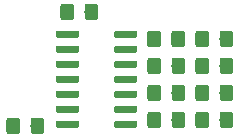
<source format=gbr>
G04 #@! TF.GenerationSoftware,KiCad,Pcbnew,5.1.2-f72e74a~84~ubuntu18.04.1*
G04 #@! TF.CreationDate,2019-07-02T23:06:04+08:00*
G04 #@! TF.ProjectId,cs4354-daughterboard,63733433-3534-42d6-9461-756768746572,rev?*
G04 #@! TF.SameCoordinates,Original*
G04 #@! TF.FileFunction,Paste,Top*
G04 #@! TF.FilePolarity,Positive*
%FSLAX46Y46*%
G04 Gerber Fmt 4.6, Leading zero omitted, Abs format (unit mm)*
G04 Created by KiCad (PCBNEW 5.1.2-f72e74a~84~ubuntu18.04.1) date 2019-07-02 23:06:04*
%MOMM*%
%LPD*%
G04 APERTURE LIST*
%ADD10C,0.100000*%
%ADD11C,1.150000*%
%ADD12C,0.600000*%
G04 APERTURE END LIST*
D10*
G36*
X141836505Y-67119204D02*
G01*
X141860773Y-67122804D01*
X141884572Y-67128765D01*
X141907671Y-67137030D01*
X141929850Y-67147520D01*
X141950893Y-67160132D01*
X141970599Y-67174747D01*
X141988777Y-67191223D01*
X142005253Y-67209401D01*
X142019868Y-67229107D01*
X142032480Y-67250150D01*
X142042970Y-67272329D01*
X142051235Y-67295428D01*
X142057196Y-67319227D01*
X142060796Y-67343495D01*
X142062000Y-67367999D01*
X142062000Y-68268001D01*
X142060796Y-68292505D01*
X142057196Y-68316773D01*
X142051235Y-68340572D01*
X142042970Y-68363671D01*
X142032480Y-68385850D01*
X142019868Y-68406893D01*
X142005253Y-68426599D01*
X141988777Y-68444777D01*
X141970599Y-68461253D01*
X141950893Y-68475868D01*
X141929850Y-68488480D01*
X141907671Y-68498970D01*
X141884572Y-68507235D01*
X141860773Y-68513196D01*
X141836505Y-68516796D01*
X141812001Y-68518000D01*
X141161999Y-68518000D01*
X141137495Y-68516796D01*
X141113227Y-68513196D01*
X141089428Y-68507235D01*
X141066329Y-68498970D01*
X141044150Y-68488480D01*
X141023107Y-68475868D01*
X141003401Y-68461253D01*
X140985223Y-68444777D01*
X140968747Y-68426599D01*
X140954132Y-68406893D01*
X140941520Y-68385850D01*
X140931030Y-68363671D01*
X140922765Y-68340572D01*
X140916804Y-68316773D01*
X140913204Y-68292505D01*
X140912000Y-68268001D01*
X140912000Y-67367999D01*
X140913204Y-67343495D01*
X140916804Y-67319227D01*
X140922765Y-67295428D01*
X140931030Y-67272329D01*
X140941520Y-67250150D01*
X140954132Y-67229107D01*
X140968747Y-67209401D01*
X140985223Y-67191223D01*
X141003401Y-67174747D01*
X141023107Y-67160132D01*
X141044150Y-67147520D01*
X141066329Y-67137030D01*
X141089428Y-67128765D01*
X141113227Y-67122804D01*
X141137495Y-67119204D01*
X141161999Y-67118000D01*
X141812001Y-67118000D01*
X141836505Y-67119204D01*
X141836505Y-67119204D01*
G37*
D11*
X141487000Y-67818000D03*
D10*
G36*
X139786505Y-67119204D02*
G01*
X139810773Y-67122804D01*
X139834572Y-67128765D01*
X139857671Y-67137030D01*
X139879850Y-67147520D01*
X139900893Y-67160132D01*
X139920599Y-67174747D01*
X139938777Y-67191223D01*
X139955253Y-67209401D01*
X139969868Y-67229107D01*
X139982480Y-67250150D01*
X139992970Y-67272329D01*
X140001235Y-67295428D01*
X140007196Y-67319227D01*
X140010796Y-67343495D01*
X140012000Y-67367999D01*
X140012000Y-68268001D01*
X140010796Y-68292505D01*
X140007196Y-68316773D01*
X140001235Y-68340572D01*
X139992970Y-68363671D01*
X139982480Y-68385850D01*
X139969868Y-68406893D01*
X139955253Y-68426599D01*
X139938777Y-68444777D01*
X139920599Y-68461253D01*
X139900893Y-68475868D01*
X139879850Y-68488480D01*
X139857671Y-68498970D01*
X139834572Y-68507235D01*
X139810773Y-68513196D01*
X139786505Y-68516796D01*
X139762001Y-68518000D01*
X139111999Y-68518000D01*
X139087495Y-68516796D01*
X139063227Y-68513196D01*
X139039428Y-68507235D01*
X139016329Y-68498970D01*
X138994150Y-68488480D01*
X138973107Y-68475868D01*
X138953401Y-68461253D01*
X138935223Y-68444777D01*
X138918747Y-68426599D01*
X138904132Y-68406893D01*
X138891520Y-68385850D01*
X138881030Y-68363671D01*
X138872765Y-68340572D01*
X138866804Y-68316773D01*
X138863204Y-68292505D01*
X138862000Y-68268001D01*
X138862000Y-67367999D01*
X138863204Y-67343495D01*
X138866804Y-67319227D01*
X138872765Y-67295428D01*
X138881030Y-67272329D01*
X138891520Y-67250150D01*
X138904132Y-67229107D01*
X138918747Y-67209401D01*
X138935223Y-67191223D01*
X138953401Y-67174747D01*
X138973107Y-67160132D01*
X138994150Y-67147520D01*
X139016329Y-67137030D01*
X139039428Y-67128765D01*
X139063227Y-67122804D01*
X139087495Y-67119204D01*
X139111999Y-67118000D01*
X139762001Y-67118000D01*
X139786505Y-67119204D01*
X139786505Y-67119204D01*
G37*
D11*
X139437000Y-67818000D03*
D10*
G36*
X145900505Y-69405204D02*
G01*
X145924773Y-69408804D01*
X145948572Y-69414765D01*
X145971671Y-69423030D01*
X145993850Y-69433520D01*
X146014893Y-69446132D01*
X146034599Y-69460747D01*
X146052777Y-69477223D01*
X146069253Y-69495401D01*
X146083868Y-69515107D01*
X146096480Y-69536150D01*
X146106970Y-69558329D01*
X146115235Y-69581428D01*
X146121196Y-69605227D01*
X146124796Y-69629495D01*
X146126000Y-69653999D01*
X146126000Y-70554001D01*
X146124796Y-70578505D01*
X146121196Y-70602773D01*
X146115235Y-70626572D01*
X146106970Y-70649671D01*
X146096480Y-70671850D01*
X146083868Y-70692893D01*
X146069253Y-70712599D01*
X146052777Y-70730777D01*
X146034599Y-70747253D01*
X146014893Y-70761868D01*
X145993850Y-70774480D01*
X145971671Y-70784970D01*
X145948572Y-70793235D01*
X145924773Y-70799196D01*
X145900505Y-70802796D01*
X145876001Y-70804000D01*
X145225999Y-70804000D01*
X145201495Y-70802796D01*
X145177227Y-70799196D01*
X145153428Y-70793235D01*
X145130329Y-70784970D01*
X145108150Y-70774480D01*
X145087107Y-70761868D01*
X145067401Y-70747253D01*
X145049223Y-70730777D01*
X145032747Y-70712599D01*
X145018132Y-70692893D01*
X145005520Y-70671850D01*
X144995030Y-70649671D01*
X144986765Y-70626572D01*
X144980804Y-70602773D01*
X144977204Y-70578505D01*
X144976000Y-70554001D01*
X144976000Y-69653999D01*
X144977204Y-69629495D01*
X144980804Y-69605227D01*
X144986765Y-69581428D01*
X144995030Y-69558329D01*
X145005520Y-69536150D01*
X145018132Y-69515107D01*
X145032747Y-69495401D01*
X145049223Y-69477223D01*
X145067401Y-69460747D01*
X145087107Y-69446132D01*
X145108150Y-69433520D01*
X145130329Y-69423030D01*
X145153428Y-69414765D01*
X145177227Y-69408804D01*
X145201495Y-69405204D01*
X145225999Y-69404000D01*
X145876001Y-69404000D01*
X145900505Y-69405204D01*
X145900505Y-69405204D01*
G37*
D11*
X145551000Y-70104000D03*
D10*
G36*
X143850505Y-69405204D02*
G01*
X143874773Y-69408804D01*
X143898572Y-69414765D01*
X143921671Y-69423030D01*
X143943850Y-69433520D01*
X143964893Y-69446132D01*
X143984599Y-69460747D01*
X144002777Y-69477223D01*
X144019253Y-69495401D01*
X144033868Y-69515107D01*
X144046480Y-69536150D01*
X144056970Y-69558329D01*
X144065235Y-69581428D01*
X144071196Y-69605227D01*
X144074796Y-69629495D01*
X144076000Y-69653999D01*
X144076000Y-70554001D01*
X144074796Y-70578505D01*
X144071196Y-70602773D01*
X144065235Y-70626572D01*
X144056970Y-70649671D01*
X144046480Y-70671850D01*
X144033868Y-70692893D01*
X144019253Y-70712599D01*
X144002777Y-70730777D01*
X143984599Y-70747253D01*
X143964893Y-70761868D01*
X143943850Y-70774480D01*
X143921671Y-70784970D01*
X143898572Y-70793235D01*
X143874773Y-70799196D01*
X143850505Y-70802796D01*
X143826001Y-70804000D01*
X143175999Y-70804000D01*
X143151495Y-70802796D01*
X143127227Y-70799196D01*
X143103428Y-70793235D01*
X143080329Y-70784970D01*
X143058150Y-70774480D01*
X143037107Y-70761868D01*
X143017401Y-70747253D01*
X142999223Y-70730777D01*
X142982747Y-70712599D01*
X142968132Y-70692893D01*
X142955520Y-70671850D01*
X142945030Y-70649671D01*
X142936765Y-70626572D01*
X142930804Y-70602773D01*
X142927204Y-70578505D01*
X142926000Y-70554001D01*
X142926000Y-69653999D01*
X142927204Y-69629495D01*
X142930804Y-69605227D01*
X142936765Y-69581428D01*
X142945030Y-69558329D01*
X142955520Y-69536150D01*
X142968132Y-69515107D01*
X142982747Y-69495401D01*
X142999223Y-69477223D01*
X143017401Y-69460747D01*
X143037107Y-69446132D01*
X143058150Y-69433520D01*
X143080329Y-69423030D01*
X143103428Y-69414765D01*
X143127227Y-69408804D01*
X143151495Y-69405204D01*
X143175999Y-69404000D01*
X143826001Y-69404000D01*
X143850505Y-69405204D01*
X143850505Y-69405204D01*
G37*
D11*
X143501000Y-70104000D03*
D10*
G36*
X141836505Y-69405204D02*
G01*
X141860773Y-69408804D01*
X141884572Y-69414765D01*
X141907671Y-69423030D01*
X141929850Y-69433520D01*
X141950893Y-69446132D01*
X141970599Y-69460747D01*
X141988777Y-69477223D01*
X142005253Y-69495401D01*
X142019868Y-69515107D01*
X142032480Y-69536150D01*
X142042970Y-69558329D01*
X142051235Y-69581428D01*
X142057196Y-69605227D01*
X142060796Y-69629495D01*
X142062000Y-69653999D01*
X142062000Y-70554001D01*
X142060796Y-70578505D01*
X142057196Y-70602773D01*
X142051235Y-70626572D01*
X142042970Y-70649671D01*
X142032480Y-70671850D01*
X142019868Y-70692893D01*
X142005253Y-70712599D01*
X141988777Y-70730777D01*
X141970599Y-70747253D01*
X141950893Y-70761868D01*
X141929850Y-70774480D01*
X141907671Y-70784970D01*
X141884572Y-70793235D01*
X141860773Y-70799196D01*
X141836505Y-70802796D01*
X141812001Y-70804000D01*
X141161999Y-70804000D01*
X141137495Y-70802796D01*
X141113227Y-70799196D01*
X141089428Y-70793235D01*
X141066329Y-70784970D01*
X141044150Y-70774480D01*
X141023107Y-70761868D01*
X141003401Y-70747253D01*
X140985223Y-70730777D01*
X140968747Y-70712599D01*
X140954132Y-70692893D01*
X140941520Y-70671850D01*
X140931030Y-70649671D01*
X140922765Y-70626572D01*
X140916804Y-70602773D01*
X140913204Y-70578505D01*
X140912000Y-70554001D01*
X140912000Y-69653999D01*
X140913204Y-69629495D01*
X140916804Y-69605227D01*
X140922765Y-69581428D01*
X140931030Y-69558329D01*
X140941520Y-69536150D01*
X140954132Y-69515107D01*
X140968747Y-69495401D01*
X140985223Y-69477223D01*
X141003401Y-69460747D01*
X141023107Y-69446132D01*
X141044150Y-69433520D01*
X141066329Y-69423030D01*
X141089428Y-69414765D01*
X141113227Y-69408804D01*
X141137495Y-69405204D01*
X141161999Y-69404000D01*
X141812001Y-69404000D01*
X141836505Y-69405204D01*
X141836505Y-69405204D01*
G37*
D11*
X141487000Y-70104000D03*
D10*
G36*
X139786505Y-69405204D02*
G01*
X139810773Y-69408804D01*
X139834572Y-69414765D01*
X139857671Y-69423030D01*
X139879850Y-69433520D01*
X139900893Y-69446132D01*
X139920599Y-69460747D01*
X139938777Y-69477223D01*
X139955253Y-69495401D01*
X139969868Y-69515107D01*
X139982480Y-69536150D01*
X139992970Y-69558329D01*
X140001235Y-69581428D01*
X140007196Y-69605227D01*
X140010796Y-69629495D01*
X140012000Y-69653999D01*
X140012000Y-70554001D01*
X140010796Y-70578505D01*
X140007196Y-70602773D01*
X140001235Y-70626572D01*
X139992970Y-70649671D01*
X139982480Y-70671850D01*
X139969868Y-70692893D01*
X139955253Y-70712599D01*
X139938777Y-70730777D01*
X139920599Y-70747253D01*
X139900893Y-70761868D01*
X139879850Y-70774480D01*
X139857671Y-70784970D01*
X139834572Y-70793235D01*
X139810773Y-70799196D01*
X139786505Y-70802796D01*
X139762001Y-70804000D01*
X139111999Y-70804000D01*
X139087495Y-70802796D01*
X139063227Y-70799196D01*
X139039428Y-70793235D01*
X139016329Y-70784970D01*
X138994150Y-70774480D01*
X138973107Y-70761868D01*
X138953401Y-70747253D01*
X138935223Y-70730777D01*
X138918747Y-70712599D01*
X138904132Y-70692893D01*
X138891520Y-70671850D01*
X138881030Y-70649671D01*
X138872765Y-70626572D01*
X138866804Y-70602773D01*
X138863204Y-70578505D01*
X138862000Y-70554001D01*
X138862000Y-69653999D01*
X138863204Y-69629495D01*
X138866804Y-69605227D01*
X138872765Y-69581428D01*
X138881030Y-69558329D01*
X138891520Y-69536150D01*
X138904132Y-69515107D01*
X138918747Y-69495401D01*
X138935223Y-69477223D01*
X138953401Y-69460747D01*
X138973107Y-69446132D01*
X138994150Y-69433520D01*
X139016329Y-69423030D01*
X139039428Y-69414765D01*
X139063227Y-69408804D01*
X139087495Y-69405204D01*
X139111999Y-69404000D01*
X139762001Y-69404000D01*
X139786505Y-69405204D01*
X139786505Y-69405204D01*
G37*
D11*
X139437000Y-70104000D03*
D10*
G36*
X145900505Y-67119204D02*
G01*
X145924773Y-67122804D01*
X145948572Y-67128765D01*
X145971671Y-67137030D01*
X145993850Y-67147520D01*
X146014893Y-67160132D01*
X146034599Y-67174747D01*
X146052777Y-67191223D01*
X146069253Y-67209401D01*
X146083868Y-67229107D01*
X146096480Y-67250150D01*
X146106970Y-67272329D01*
X146115235Y-67295428D01*
X146121196Y-67319227D01*
X146124796Y-67343495D01*
X146126000Y-67367999D01*
X146126000Y-68268001D01*
X146124796Y-68292505D01*
X146121196Y-68316773D01*
X146115235Y-68340572D01*
X146106970Y-68363671D01*
X146096480Y-68385850D01*
X146083868Y-68406893D01*
X146069253Y-68426599D01*
X146052777Y-68444777D01*
X146034599Y-68461253D01*
X146014893Y-68475868D01*
X145993850Y-68488480D01*
X145971671Y-68498970D01*
X145948572Y-68507235D01*
X145924773Y-68513196D01*
X145900505Y-68516796D01*
X145876001Y-68518000D01*
X145225999Y-68518000D01*
X145201495Y-68516796D01*
X145177227Y-68513196D01*
X145153428Y-68507235D01*
X145130329Y-68498970D01*
X145108150Y-68488480D01*
X145087107Y-68475868D01*
X145067401Y-68461253D01*
X145049223Y-68444777D01*
X145032747Y-68426599D01*
X145018132Y-68406893D01*
X145005520Y-68385850D01*
X144995030Y-68363671D01*
X144986765Y-68340572D01*
X144980804Y-68316773D01*
X144977204Y-68292505D01*
X144976000Y-68268001D01*
X144976000Y-67367999D01*
X144977204Y-67343495D01*
X144980804Y-67319227D01*
X144986765Y-67295428D01*
X144995030Y-67272329D01*
X145005520Y-67250150D01*
X145018132Y-67229107D01*
X145032747Y-67209401D01*
X145049223Y-67191223D01*
X145067401Y-67174747D01*
X145087107Y-67160132D01*
X145108150Y-67147520D01*
X145130329Y-67137030D01*
X145153428Y-67128765D01*
X145177227Y-67122804D01*
X145201495Y-67119204D01*
X145225999Y-67118000D01*
X145876001Y-67118000D01*
X145900505Y-67119204D01*
X145900505Y-67119204D01*
G37*
D11*
X145551000Y-67818000D03*
D10*
G36*
X143850505Y-67119204D02*
G01*
X143874773Y-67122804D01*
X143898572Y-67128765D01*
X143921671Y-67137030D01*
X143943850Y-67147520D01*
X143964893Y-67160132D01*
X143984599Y-67174747D01*
X144002777Y-67191223D01*
X144019253Y-67209401D01*
X144033868Y-67229107D01*
X144046480Y-67250150D01*
X144056970Y-67272329D01*
X144065235Y-67295428D01*
X144071196Y-67319227D01*
X144074796Y-67343495D01*
X144076000Y-67367999D01*
X144076000Y-68268001D01*
X144074796Y-68292505D01*
X144071196Y-68316773D01*
X144065235Y-68340572D01*
X144056970Y-68363671D01*
X144046480Y-68385850D01*
X144033868Y-68406893D01*
X144019253Y-68426599D01*
X144002777Y-68444777D01*
X143984599Y-68461253D01*
X143964893Y-68475868D01*
X143943850Y-68488480D01*
X143921671Y-68498970D01*
X143898572Y-68507235D01*
X143874773Y-68513196D01*
X143850505Y-68516796D01*
X143826001Y-68518000D01*
X143175999Y-68518000D01*
X143151495Y-68516796D01*
X143127227Y-68513196D01*
X143103428Y-68507235D01*
X143080329Y-68498970D01*
X143058150Y-68488480D01*
X143037107Y-68475868D01*
X143017401Y-68461253D01*
X142999223Y-68444777D01*
X142982747Y-68426599D01*
X142968132Y-68406893D01*
X142955520Y-68385850D01*
X142945030Y-68363671D01*
X142936765Y-68340572D01*
X142930804Y-68316773D01*
X142927204Y-68292505D01*
X142926000Y-68268001D01*
X142926000Y-67367999D01*
X142927204Y-67343495D01*
X142930804Y-67319227D01*
X142936765Y-67295428D01*
X142945030Y-67272329D01*
X142955520Y-67250150D01*
X142968132Y-67229107D01*
X142982747Y-67209401D01*
X142999223Y-67191223D01*
X143017401Y-67174747D01*
X143037107Y-67160132D01*
X143058150Y-67147520D01*
X143080329Y-67137030D01*
X143103428Y-67128765D01*
X143127227Y-67122804D01*
X143151495Y-67119204D01*
X143175999Y-67118000D01*
X143826001Y-67118000D01*
X143850505Y-67119204D01*
X143850505Y-67119204D01*
G37*
D11*
X143501000Y-67818000D03*
D10*
G36*
X137881984Y-62550463D02*
G01*
X137896545Y-62552623D01*
X137910824Y-62556200D01*
X137924684Y-62561159D01*
X137937991Y-62567453D01*
X137950617Y-62575021D01*
X137962440Y-62583789D01*
X137973347Y-62593675D01*
X137983233Y-62604582D01*
X137992001Y-62616405D01*
X137999569Y-62629031D01*
X138005863Y-62642338D01*
X138010822Y-62656198D01*
X138014399Y-62670477D01*
X138016559Y-62685038D01*
X138017281Y-62699741D01*
X138017281Y-62999741D01*
X138016559Y-63014444D01*
X138014399Y-63029005D01*
X138010822Y-63043284D01*
X138005863Y-63057144D01*
X137999569Y-63070451D01*
X137992001Y-63083077D01*
X137983233Y-63094900D01*
X137973347Y-63105807D01*
X137962440Y-63115693D01*
X137950617Y-63124461D01*
X137937991Y-63132029D01*
X137924684Y-63138323D01*
X137910824Y-63143282D01*
X137896545Y-63146859D01*
X137881984Y-63149019D01*
X137867281Y-63149741D01*
X136217281Y-63149741D01*
X136202578Y-63149019D01*
X136188017Y-63146859D01*
X136173738Y-63143282D01*
X136159878Y-63138323D01*
X136146571Y-63132029D01*
X136133945Y-63124461D01*
X136122122Y-63115693D01*
X136111215Y-63105807D01*
X136101329Y-63094900D01*
X136092561Y-63083077D01*
X136084993Y-63070451D01*
X136078699Y-63057144D01*
X136073740Y-63043284D01*
X136070163Y-63029005D01*
X136068003Y-63014444D01*
X136067281Y-62999741D01*
X136067281Y-62699741D01*
X136068003Y-62685038D01*
X136070163Y-62670477D01*
X136073740Y-62656198D01*
X136078699Y-62642338D01*
X136084993Y-62629031D01*
X136092561Y-62616405D01*
X136101329Y-62604582D01*
X136111215Y-62593675D01*
X136122122Y-62583789D01*
X136133945Y-62575021D01*
X136146571Y-62567453D01*
X136159878Y-62561159D01*
X136173738Y-62556200D01*
X136188017Y-62552623D01*
X136202578Y-62550463D01*
X136217281Y-62549741D01*
X137867281Y-62549741D01*
X137881984Y-62550463D01*
X137881984Y-62550463D01*
G37*
D12*
X137042281Y-62849741D03*
D10*
G36*
X137881984Y-63820463D02*
G01*
X137896545Y-63822623D01*
X137910824Y-63826200D01*
X137924684Y-63831159D01*
X137937991Y-63837453D01*
X137950617Y-63845021D01*
X137962440Y-63853789D01*
X137973347Y-63863675D01*
X137983233Y-63874582D01*
X137992001Y-63886405D01*
X137999569Y-63899031D01*
X138005863Y-63912338D01*
X138010822Y-63926198D01*
X138014399Y-63940477D01*
X138016559Y-63955038D01*
X138017281Y-63969741D01*
X138017281Y-64269741D01*
X138016559Y-64284444D01*
X138014399Y-64299005D01*
X138010822Y-64313284D01*
X138005863Y-64327144D01*
X137999569Y-64340451D01*
X137992001Y-64353077D01*
X137983233Y-64364900D01*
X137973347Y-64375807D01*
X137962440Y-64385693D01*
X137950617Y-64394461D01*
X137937991Y-64402029D01*
X137924684Y-64408323D01*
X137910824Y-64413282D01*
X137896545Y-64416859D01*
X137881984Y-64419019D01*
X137867281Y-64419741D01*
X136217281Y-64419741D01*
X136202578Y-64419019D01*
X136188017Y-64416859D01*
X136173738Y-64413282D01*
X136159878Y-64408323D01*
X136146571Y-64402029D01*
X136133945Y-64394461D01*
X136122122Y-64385693D01*
X136111215Y-64375807D01*
X136101329Y-64364900D01*
X136092561Y-64353077D01*
X136084993Y-64340451D01*
X136078699Y-64327144D01*
X136073740Y-64313284D01*
X136070163Y-64299005D01*
X136068003Y-64284444D01*
X136067281Y-64269741D01*
X136067281Y-63969741D01*
X136068003Y-63955038D01*
X136070163Y-63940477D01*
X136073740Y-63926198D01*
X136078699Y-63912338D01*
X136084993Y-63899031D01*
X136092561Y-63886405D01*
X136101329Y-63874582D01*
X136111215Y-63863675D01*
X136122122Y-63853789D01*
X136133945Y-63845021D01*
X136146571Y-63837453D01*
X136159878Y-63831159D01*
X136173738Y-63826200D01*
X136188017Y-63822623D01*
X136202578Y-63820463D01*
X136217281Y-63819741D01*
X137867281Y-63819741D01*
X137881984Y-63820463D01*
X137881984Y-63820463D01*
G37*
D12*
X137042281Y-64119741D03*
D10*
G36*
X137881984Y-65090463D02*
G01*
X137896545Y-65092623D01*
X137910824Y-65096200D01*
X137924684Y-65101159D01*
X137937991Y-65107453D01*
X137950617Y-65115021D01*
X137962440Y-65123789D01*
X137973347Y-65133675D01*
X137983233Y-65144582D01*
X137992001Y-65156405D01*
X137999569Y-65169031D01*
X138005863Y-65182338D01*
X138010822Y-65196198D01*
X138014399Y-65210477D01*
X138016559Y-65225038D01*
X138017281Y-65239741D01*
X138017281Y-65539741D01*
X138016559Y-65554444D01*
X138014399Y-65569005D01*
X138010822Y-65583284D01*
X138005863Y-65597144D01*
X137999569Y-65610451D01*
X137992001Y-65623077D01*
X137983233Y-65634900D01*
X137973347Y-65645807D01*
X137962440Y-65655693D01*
X137950617Y-65664461D01*
X137937991Y-65672029D01*
X137924684Y-65678323D01*
X137910824Y-65683282D01*
X137896545Y-65686859D01*
X137881984Y-65689019D01*
X137867281Y-65689741D01*
X136217281Y-65689741D01*
X136202578Y-65689019D01*
X136188017Y-65686859D01*
X136173738Y-65683282D01*
X136159878Y-65678323D01*
X136146571Y-65672029D01*
X136133945Y-65664461D01*
X136122122Y-65655693D01*
X136111215Y-65645807D01*
X136101329Y-65634900D01*
X136092561Y-65623077D01*
X136084993Y-65610451D01*
X136078699Y-65597144D01*
X136073740Y-65583284D01*
X136070163Y-65569005D01*
X136068003Y-65554444D01*
X136067281Y-65539741D01*
X136067281Y-65239741D01*
X136068003Y-65225038D01*
X136070163Y-65210477D01*
X136073740Y-65196198D01*
X136078699Y-65182338D01*
X136084993Y-65169031D01*
X136092561Y-65156405D01*
X136101329Y-65144582D01*
X136111215Y-65133675D01*
X136122122Y-65123789D01*
X136133945Y-65115021D01*
X136146571Y-65107453D01*
X136159878Y-65101159D01*
X136173738Y-65096200D01*
X136188017Y-65092623D01*
X136202578Y-65090463D01*
X136217281Y-65089741D01*
X137867281Y-65089741D01*
X137881984Y-65090463D01*
X137881984Y-65090463D01*
G37*
D12*
X137042281Y-65389741D03*
D10*
G36*
X137881984Y-66360463D02*
G01*
X137896545Y-66362623D01*
X137910824Y-66366200D01*
X137924684Y-66371159D01*
X137937991Y-66377453D01*
X137950617Y-66385021D01*
X137962440Y-66393789D01*
X137973347Y-66403675D01*
X137983233Y-66414582D01*
X137992001Y-66426405D01*
X137999569Y-66439031D01*
X138005863Y-66452338D01*
X138010822Y-66466198D01*
X138014399Y-66480477D01*
X138016559Y-66495038D01*
X138017281Y-66509741D01*
X138017281Y-66809741D01*
X138016559Y-66824444D01*
X138014399Y-66839005D01*
X138010822Y-66853284D01*
X138005863Y-66867144D01*
X137999569Y-66880451D01*
X137992001Y-66893077D01*
X137983233Y-66904900D01*
X137973347Y-66915807D01*
X137962440Y-66925693D01*
X137950617Y-66934461D01*
X137937991Y-66942029D01*
X137924684Y-66948323D01*
X137910824Y-66953282D01*
X137896545Y-66956859D01*
X137881984Y-66959019D01*
X137867281Y-66959741D01*
X136217281Y-66959741D01*
X136202578Y-66959019D01*
X136188017Y-66956859D01*
X136173738Y-66953282D01*
X136159878Y-66948323D01*
X136146571Y-66942029D01*
X136133945Y-66934461D01*
X136122122Y-66925693D01*
X136111215Y-66915807D01*
X136101329Y-66904900D01*
X136092561Y-66893077D01*
X136084993Y-66880451D01*
X136078699Y-66867144D01*
X136073740Y-66853284D01*
X136070163Y-66839005D01*
X136068003Y-66824444D01*
X136067281Y-66809741D01*
X136067281Y-66509741D01*
X136068003Y-66495038D01*
X136070163Y-66480477D01*
X136073740Y-66466198D01*
X136078699Y-66452338D01*
X136084993Y-66439031D01*
X136092561Y-66426405D01*
X136101329Y-66414582D01*
X136111215Y-66403675D01*
X136122122Y-66393789D01*
X136133945Y-66385021D01*
X136146571Y-66377453D01*
X136159878Y-66371159D01*
X136173738Y-66366200D01*
X136188017Y-66362623D01*
X136202578Y-66360463D01*
X136217281Y-66359741D01*
X137867281Y-66359741D01*
X137881984Y-66360463D01*
X137881984Y-66360463D01*
G37*
D12*
X137042281Y-66659741D03*
D10*
G36*
X137881984Y-67630463D02*
G01*
X137896545Y-67632623D01*
X137910824Y-67636200D01*
X137924684Y-67641159D01*
X137937991Y-67647453D01*
X137950617Y-67655021D01*
X137962440Y-67663789D01*
X137973347Y-67673675D01*
X137983233Y-67684582D01*
X137992001Y-67696405D01*
X137999569Y-67709031D01*
X138005863Y-67722338D01*
X138010822Y-67736198D01*
X138014399Y-67750477D01*
X138016559Y-67765038D01*
X138017281Y-67779741D01*
X138017281Y-68079741D01*
X138016559Y-68094444D01*
X138014399Y-68109005D01*
X138010822Y-68123284D01*
X138005863Y-68137144D01*
X137999569Y-68150451D01*
X137992001Y-68163077D01*
X137983233Y-68174900D01*
X137973347Y-68185807D01*
X137962440Y-68195693D01*
X137950617Y-68204461D01*
X137937991Y-68212029D01*
X137924684Y-68218323D01*
X137910824Y-68223282D01*
X137896545Y-68226859D01*
X137881984Y-68229019D01*
X137867281Y-68229741D01*
X136217281Y-68229741D01*
X136202578Y-68229019D01*
X136188017Y-68226859D01*
X136173738Y-68223282D01*
X136159878Y-68218323D01*
X136146571Y-68212029D01*
X136133945Y-68204461D01*
X136122122Y-68195693D01*
X136111215Y-68185807D01*
X136101329Y-68174900D01*
X136092561Y-68163077D01*
X136084993Y-68150451D01*
X136078699Y-68137144D01*
X136073740Y-68123284D01*
X136070163Y-68109005D01*
X136068003Y-68094444D01*
X136067281Y-68079741D01*
X136067281Y-67779741D01*
X136068003Y-67765038D01*
X136070163Y-67750477D01*
X136073740Y-67736198D01*
X136078699Y-67722338D01*
X136084993Y-67709031D01*
X136092561Y-67696405D01*
X136101329Y-67684582D01*
X136111215Y-67673675D01*
X136122122Y-67663789D01*
X136133945Y-67655021D01*
X136146571Y-67647453D01*
X136159878Y-67641159D01*
X136173738Y-67636200D01*
X136188017Y-67632623D01*
X136202578Y-67630463D01*
X136217281Y-67629741D01*
X137867281Y-67629741D01*
X137881984Y-67630463D01*
X137881984Y-67630463D01*
G37*
D12*
X137042281Y-67929741D03*
D10*
G36*
X137881984Y-68900463D02*
G01*
X137896545Y-68902623D01*
X137910824Y-68906200D01*
X137924684Y-68911159D01*
X137937991Y-68917453D01*
X137950617Y-68925021D01*
X137962440Y-68933789D01*
X137973347Y-68943675D01*
X137983233Y-68954582D01*
X137992001Y-68966405D01*
X137999569Y-68979031D01*
X138005863Y-68992338D01*
X138010822Y-69006198D01*
X138014399Y-69020477D01*
X138016559Y-69035038D01*
X138017281Y-69049741D01*
X138017281Y-69349741D01*
X138016559Y-69364444D01*
X138014399Y-69379005D01*
X138010822Y-69393284D01*
X138005863Y-69407144D01*
X137999569Y-69420451D01*
X137992001Y-69433077D01*
X137983233Y-69444900D01*
X137973347Y-69455807D01*
X137962440Y-69465693D01*
X137950617Y-69474461D01*
X137937991Y-69482029D01*
X137924684Y-69488323D01*
X137910824Y-69493282D01*
X137896545Y-69496859D01*
X137881984Y-69499019D01*
X137867281Y-69499741D01*
X136217281Y-69499741D01*
X136202578Y-69499019D01*
X136188017Y-69496859D01*
X136173738Y-69493282D01*
X136159878Y-69488323D01*
X136146571Y-69482029D01*
X136133945Y-69474461D01*
X136122122Y-69465693D01*
X136111215Y-69455807D01*
X136101329Y-69444900D01*
X136092561Y-69433077D01*
X136084993Y-69420451D01*
X136078699Y-69407144D01*
X136073740Y-69393284D01*
X136070163Y-69379005D01*
X136068003Y-69364444D01*
X136067281Y-69349741D01*
X136067281Y-69049741D01*
X136068003Y-69035038D01*
X136070163Y-69020477D01*
X136073740Y-69006198D01*
X136078699Y-68992338D01*
X136084993Y-68979031D01*
X136092561Y-68966405D01*
X136101329Y-68954582D01*
X136111215Y-68943675D01*
X136122122Y-68933789D01*
X136133945Y-68925021D01*
X136146571Y-68917453D01*
X136159878Y-68911159D01*
X136173738Y-68906200D01*
X136188017Y-68902623D01*
X136202578Y-68900463D01*
X136217281Y-68899741D01*
X137867281Y-68899741D01*
X137881984Y-68900463D01*
X137881984Y-68900463D01*
G37*
D12*
X137042281Y-69199741D03*
D10*
G36*
X137881984Y-70170463D02*
G01*
X137896545Y-70172623D01*
X137910824Y-70176200D01*
X137924684Y-70181159D01*
X137937991Y-70187453D01*
X137950617Y-70195021D01*
X137962440Y-70203789D01*
X137973347Y-70213675D01*
X137983233Y-70224582D01*
X137992001Y-70236405D01*
X137999569Y-70249031D01*
X138005863Y-70262338D01*
X138010822Y-70276198D01*
X138014399Y-70290477D01*
X138016559Y-70305038D01*
X138017281Y-70319741D01*
X138017281Y-70619741D01*
X138016559Y-70634444D01*
X138014399Y-70649005D01*
X138010822Y-70663284D01*
X138005863Y-70677144D01*
X137999569Y-70690451D01*
X137992001Y-70703077D01*
X137983233Y-70714900D01*
X137973347Y-70725807D01*
X137962440Y-70735693D01*
X137950617Y-70744461D01*
X137937991Y-70752029D01*
X137924684Y-70758323D01*
X137910824Y-70763282D01*
X137896545Y-70766859D01*
X137881984Y-70769019D01*
X137867281Y-70769741D01*
X136217281Y-70769741D01*
X136202578Y-70769019D01*
X136188017Y-70766859D01*
X136173738Y-70763282D01*
X136159878Y-70758323D01*
X136146571Y-70752029D01*
X136133945Y-70744461D01*
X136122122Y-70735693D01*
X136111215Y-70725807D01*
X136101329Y-70714900D01*
X136092561Y-70703077D01*
X136084993Y-70690451D01*
X136078699Y-70677144D01*
X136073740Y-70663284D01*
X136070163Y-70649005D01*
X136068003Y-70634444D01*
X136067281Y-70619741D01*
X136067281Y-70319741D01*
X136068003Y-70305038D01*
X136070163Y-70290477D01*
X136073740Y-70276198D01*
X136078699Y-70262338D01*
X136084993Y-70249031D01*
X136092561Y-70236405D01*
X136101329Y-70224582D01*
X136111215Y-70213675D01*
X136122122Y-70203789D01*
X136133945Y-70195021D01*
X136146571Y-70187453D01*
X136159878Y-70181159D01*
X136173738Y-70176200D01*
X136188017Y-70172623D01*
X136202578Y-70170463D01*
X136217281Y-70169741D01*
X137867281Y-70169741D01*
X137881984Y-70170463D01*
X137881984Y-70170463D01*
G37*
D12*
X137042281Y-70469741D03*
D10*
G36*
X132931984Y-70170463D02*
G01*
X132946545Y-70172623D01*
X132960824Y-70176200D01*
X132974684Y-70181159D01*
X132987991Y-70187453D01*
X133000617Y-70195021D01*
X133012440Y-70203789D01*
X133023347Y-70213675D01*
X133033233Y-70224582D01*
X133042001Y-70236405D01*
X133049569Y-70249031D01*
X133055863Y-70262338D01*
X133060822Y-70276198D01*
X133064399Y-70290477D01*
X133066559Y-70305038D01*
X133067281Y-70319741D01*
X133067281Y-70619741D01*
X133066559Y-70634444D01*
X133064399Y-70649005D01*
X133060822Y-70663284D01*
X133055863Y-70677144D01*
X133049569Y-70690451D01*
X133042001Y-70703077D01*
X133033233Y-70714900D01*
X133023347Y-70725807D01*
X133012440Y-70735693D01*
X133000617Y-70744461D01*
X132987991Y-70752029D01*
X132974684Y-70758323D01*
X132960824Y-70763282D01*
X132946545Y-70766859D01*
X132931984Y-70769019D01*
X132917281Y-70769741D01*
X131267281Y-70769741D01*
X131252578Y-70769019D01*
X131238017Y-70766859D01*
X131223738Y-70763282D01*
X131209878Y-70758323D01*
X131196571Y-70752029D01*
X131183945Y-70744461D01*
X131172122Y-70735693D01*
X131161215Y-70725807D01*
X131151329Y-70714900D01*
X131142561Y-70703077D01*
X131134993Y-70690451D01*
X131128699Y-70677144D01*
X131123740Y-70663284D01*
X131120163Y-70649005D01*
X131118003Y-70634444D01*
X131117281Y-70619741D01*
X131117281Y-70319741D01*
X131118003Y-70305038D01*
X131120163Y-70290477D01*
X131123740Y-70276198D01*
X131128699Y-70262338D01*
X131134993Y-70249031D01*
X131142561Y-70236405D01*
X131151329Y-70224582D01*
X131161215Y-70213675D01*
X131172122Y-70203789D01*
X131183945Y-70195021D01*
X131196571Y-70187453D01*
X131209878Y-70181159D01*
X131223738Y-70176200D01*
X131238017Y-70172623D01*
X131252578Y-70170463D01*
X131267281Y-70169741D01*
X132917281Y-70169741D01*
X132931984Y-70170463D01*
X132931984Y-70170463D01*
G37*
D12*
X132092281Y-70469741D03*
D10*
G36*
X132931984Y-68900463D02*
G01*
X132946545Y-68902623D01*
X132960824Y-68906200D01*
X132974684Y-68911159D01*
X132987991Y-68917453D01*
X133000617Y-68925021D01*
X133012440Y-68933789D01*
X133023347Y-68943675D01*
X133033233Y-68954582D01*
X133042001Y-68966405D01*
X133049569Y-68979031D01*
X133055863Y-68992338D01*
X133060822Y-69006198D01*
X133064399Y-69020477D01*
X133066559Y-69035038D01*
X133067281Y-69049741D01*
X133067281Y-69349741D01*
X133066559Y-69364444D01*
X133064399Y-69379005D01*
X133060822Y-69393284D01*
X133055863Y-69407144D01*
X133049569Y-69420451D01*
X133042001Y-69433077D01*
X133033233Y-69444900D01*
X133023347Y-69455807D01*
X133012440Y-69465693D01*
X133000617Y-69474461D01*
X132987991Y-69482029D01*
X132974684Y-69488323D01*
X132960824Y-69493282D01*
X132946545Y-69496859D01*
X132931984Y-69499019D01*
X132917281Y-69499741D01*
X131267281Y-69499741D01*
X131252578Y-69499019D01*
X131238017Y-69496859D01*
X131223738Y-69493282D01*
X131209878Y-69488323D01*
X131196571Y-69482029D01*
X131183945Y-69474461D01*
X131172122Y-69465693D01*
X131161215Y-69455807D01*
X131151329Y-69444900D01*
X131142561Y-69433077D01*
X131134993Y-69420451D01*
X131128699Y-69407144D01*
X131123740Y-69393284D01*
X131120163Y-69379005D01*
X131118003Y-69364444D01*
X131117281Y-69349741D01*
X131117281Y-69049741D01*
X131118003Y-69035038D01*
X131120163Y-69020477D01*
X131123740Y-69006198D01*
X131128699Y-68992338D01*
X131134993Y-68979031D01*
X131142561Y-68966405D01*
X131151329Y-68954582D01*
X131161215Y-68943675D01*
X131172122Y-68933789D01*
X131183945Y-68925021D01*
X131196571Y-68917453D01*
X131209878Y-68911159D01*
X131223738Y-68906200D01*
X131238017Y-68902623D01*
X131252578Y-68900463D01*
X131267281Y-68899741D01*
X132917281Y-68899741D01*
X132931984Y-68900463D01*
X132931984Y-68900463D01*
G37*
D12*
X132092281Y-69199741D03*
D10*
G36*
X132931984Y-67630463D02*
G01*
X132946545Y-67632623D01*
X132960824Y-67636200D01*
X132974684Y-67641159D01*
X132987991Y-67647453D01*
X133000617Y-67655021D01*
X133012440Y-67663789D01*
X133023347Y-67673675D01*
X133033233Y-67684582D01*
X133042001Y-67696405D01*
X133049569Y-67709031D01*
X133055863Y-67722338D01*
X133060822Y-67736198D01*
X133064399Y-67750477D01*
X133066559Y-67765038D01*
X133067281Y-67779741D01*
X133067281Y-68079741D01*
X133066559Y-68094444D01*
X133064399Y-68109005D01*
X133060822Y-68123284D01*
X133055863Y-68137144D01*
X133049569Y-68150451D01*
X133042001Y-68163077D01*
X133033233Y-68174900D01*
X133023347Y-68185807D01*
X133012440Y-68195693D01*
X133000617Y-68204461D01*
X132987991Y-68212029D01*
X132974684Y-68218323D01*
X132960824Y-68223282D01*
X132946545Y-68226859D01*
X132931984Y-68229019D01*
X132917281Y-68229741D01*
X131267281Y-68229741D01*
X131252578Y-68229019D01*
X131238017Y-68226859D01*
X131223738Y-68223282D01*
X131209878Y-68218323D01*
X131196571Y-68212029D01*
X131183945Y-68204461D01*
X131172122Y-68195693D01*
X131161215Y-68185807D01*
X131151329Y-68174900D01*
X131142561Y-68163077D01*
X131134993Y-68150451D01*
X131128699Y-68137144D01*
X131123740Y-68123284D01*
X131120163Y-68109005D01*
X131118003Y-68094444D01*
X131117281Y-68079741D01*
X131117281Y-67779741D01*
X131118003Y-67765038D01*
X131120163Y-67750477D01*
X131123740Y-67736198D01*
X131128699Y-67722338D01*
X131134993Y-67709031D01*
X131142561Y-67696405D01*
X131151329Y-67684582D01*
X131161215Y-67673675D01*
X131172122Y-67663789D01*
X131183945Y-67655021D01*
X131196571Y-67647453D01*
X131209878Y-67641159D01*
X131223738Y-67636200D01*
X131238017Y-67632623D01*
X131252578Y-67630463D01*
X131267281Y-67629741D01*
X132917281Y-67629741D01*
X132931984Y-67630463D01*
X132931984Y-67630463D01*
G37*
D12*
X132092281Y-67929741D03*
D10*
G36*
X132931984Y-66360463D02*
G01*
X132946545Y-66362623D01*
X132960824Y-66366200D01*
X132974684Y-66371159D01*
X132987991Y-66377453D01*
X133000617Y-66385021D01*
X133012440Y-66393789D01*
X133023347Y-66403675D01*
X133033233Y-66414582D01*
X133042001Y-66426405D01*
X133049569Y-66439031D01*
X133055863Y-66452338D01*
X133060822Y-66466198D01*
X133064399Y-66480477D01*
X133066559Y-66495038D01*
X133067281Y-66509741D01*
X133067281Y-66809741D01*
X133066559Y-66824444D01*
X133064399Y-66839005D01*
X133060822Y-66853284D01*
X133055863Y-66867144D01*
X133049569Y-66880451D01*
X133042001Y-66893077D01*
X133033233Y-66904900D01*
X133023347Y-66915807D01*
X133012440Y-66925693D01*
X133000617Y-66934461D01*
X132987991Y-66942029D01*
X132974684Y-66948323D01*
X132960824Y-66953282D01*
X132946545Y-66956859D01*
X132931984Y-66959019D01*
X132917281Y-66959741D01*
X131267281Y-66959741D01*
X131252578Y-66959019D01*
X131238017Y-66956859D01*
X131223738Y-66953282D01*
X131209878Y-66948323D01*
X131196571Y-66942029D01*
X131183945Y-66934461D01*
X131172122Y-66925693D01*
X131161215Y-66915807D01*
X131151329Y-66904900D01*
X131142561Y-66893077D01*
X131134993Y-66880451D01*
X131128699Y-66867144D01*
X131123740Y-66853284D01*
X131120163Y-66839005D01*
X131118003Y-66824444D01*
X131117281Y-66809741D01*
X131117281Y-66509741D01*
X131118003Y-66495038D01*
X131120163Y-66480477D01*
X131123740Y-66466198D01*
X131128699Y-66452338D01*
X131134993Y-66439031D01*
X131142561Y-66426405D01*
X131151329Y-66414582D01*
X131161215Y-66403675D01*
X131172122Y-66393789D01*
X131183945Y-66385021D01*
X131196571Y-66377453D01*
X131209878Y-66371159D01*
X131223738Y-66366200D01*
X131238017Y-66362623D01*
X131252578Y-66360463D01*
X131267281Y-66359741D01*
X132917281Y-66359741D01*
X132931984Y-66360463D01*
X132931984Y-66360463D01*
G37*
D12*
X132092281Y-66659741D03*
D10*
G36*
X132931984Y-65090463D02*
G01*
X132946545Y-65092623D01*
X132960824Y-65096200D01*
X132974684Y-65101159D01*
X132987991Y-65107453D01*
X133000617Y-65115021D01*
X133012440Y-65123789D01*
X133023347Y-65133675D01*
X133033233Y-65144582D01*
X133042001Y-65156405D01*
X133049569Y-65169031D01*
X133055863Y-65182338D01*
X133060822Y-65196198D01*
X133064399Y-65210477D01*
X133066559Y-65225038D01*
X133067281Y-65239741D01*
X133067281Y-65539741D01*
X133066559Y-65554444D01*
X133064399Y-65569005D01*
X133060822Y-65583284D01*
X133055863Y-65597144D01*
X133049569Y-65610451D01*
X133042001Y-65623077D01*
X133033233Y-65634900D01*
X133023347Y-65645807D01*
X133012440Y-65655693D01*
X133000617Y-65664461D01*
X132987991Y-65672029D01*
X132974684Y-65678323D01*
X132960824Y-65683282D01*
X132946545Y-65686859D01*
X132931984Y-65689019D01*
X132917281Y-65689741D01*
X131267281Y-65689741D01*
X131252578Y-65689019D01*
X131238017Y-65686859D01*
X131223738Y-65683282D01*
X131209878Y-65678323D01*
X131196571Y-65672029D01*
X131183945Y-65664461D01*
X131172122Y-65655693D01*
X131161215Y-65645807D01*
X131151329Y-65634900D01*
X131142561Y-65623077D01*
X131134993Y-65610451D01*
X131128699Y-65597144D01*
X131123740Y-65583284D01*
X131120163Y-65569005D01*
X131118003Y-65554444D01*
X131117281Y-65539741D01*
X131117281Y-65239741D01*
X131118003Y-65225038D01*
X131120163Y-65210477D01*
X131123740Y-65196198D01*
X131128699Y-65182338D01*
X131134993Y-65169031D01*
X131142561Y-65156405D01*
X131151329Y-65144582D01*
X131161215Y-65133675D01*
X131172122Y-65123789D01*
X131183945Y-65115021D01*
X131196571Y-65107453D01*
X131209878Y-65101159D01*
X131223738Y-65096200D01*
X131238017Y-65092623D01*
X131252578Y-65090463D01*
X131267281Y-65089741D01*
X132917281Y-65089741D01*
X132931984Y-65090463D01*
X132931984Y-65090463D01*
G37*
D12*
X132092281Y-65389741D03*
D10*
G36*
X132931984Y-63820463D02*
G01*
X132946545Y-63822623D01*
X132960824Y-63826200D01*
X132974684Y-63831159D01*
X132987991Y-63837453D01*
X133000617Y-63845021D01*
X133012440Y-63853789D01*
X133023347Y-63863675D01*
X133033233Y-63874582D01*
X133042001Y-63886405D01*
X133049569Y-63899031D01*
X133055863Y-63912338D01*
X133060822Y-63926198D01*
X133064399Y-63940477D01*
X133066559Y-63955038D01*
X133067281Y-63969741D01*
X133067281Y-64269741D01*
X133066559Y-64284444D01*
X133064399Y-64299005D01*
X133060822Y-64313284D01*
X133055863Y-64327144D01*
X133049569Y-64340451D01*
X133042001Y-64353077D01*
X133033233Y-64364900D01*
X133023347Y-64375807D01*
X133012440Y-64385693D01*
X133000617Y-64394461D01*
X132987991Y-64402029D01*
X132974684Y-64408323D01*
X132960824Y-64413282D01*
X132946545Y-64416859D01*
X132931984Y-64419019D01*
X132917281Y-64419741D01*
X131267281Y-64419741D01*
X131252578Y-64419019D01*
X131238017Y-64416859D01*
X131223738Y-64413282D01*
X131209878Y-64408323D01*
X131196571Y-64402029D01*
X131183945Y-64394461D01*
X131172122Y-64385693D01*
X131161215Y-64375807D01*
X131151329Y-64364900D01*
X131142561Y-64353077D01*
X131134993Y-64340451D01*
X131128699Y-64327144D01*
X131123740Y-64313284D01*
X131120163Y-64299005D01*
X131118003Y-64284444D01*
X131117281Y-64269741D01*
X131117281Y-63969741D01*
X131118003Y-63955038D01*
X131120163Y-63940477D01*
X131123740Y-63926198D01*
X131128699Y-63912338D01*
X131134993Y-63899031D01*
X131142561Y-63886405D01*
X131151329Y-63874582D01*
X131161215Y-63863675D01*
X131172122Y-63853789D01*
X131183945Y-63845021D01*
X131196571Y-63837453D01*
X131209878Y-63831159D01*
X131223738Y-63826200D01*
X131238017Y-63822623D01*
X131252578Y-63820463D01*
X131267281Y-63819741D01*
X132917281Y-63819741D01*
X132931984Y-63820463D01*
X132931984Y-63820463D01*
G37*
D12*
X132092281Y-64119741D03*
D10*
G36*
X132931984Y-62550463D02*
G01*
X132946545Y-62552623D01*
X132960824Y-62556200D01*
X132974684Y-62561159D01*
X132987991Y-62567453D01*
X133000617Y-62575021D01*
X133012440Y-62583789D01*
X133023347Y-62593675D01*
X133033233Y-62604582D01*
X133042001Y-62616405D01*
X133049569Y-62629031D01*
X133055863Y-62642338D01*
X133060822Y-62656198D01*
X133064399Y-62670477D01*
X133066559Y-62685038D01*
X133067281Y-62699741D01*
X133067281Y-62999741D01*
X133066559Y-63014444D01*
X133064399Y-63029005D01*
X133060822Y-63043284D01*
X133055863Y-63057144D01*
X133049569Y-63070451D01*
X133042001Y-63083077D01*
X133033233Y-63094900D01*
X133023347Y-63105807D01*
X133012440Y-63115693D01*
X133000617Y-63124461D01*
X132987991Y-63132029D01*
X132974684Y-63138323D01*
X132960824Y-63143282D01*
X132946545Y-63146859D01*
X132931984Y-63149019D01*
X132917281Y-63149741D01*
X131267281Y-63149741D01*
X131252578Y-63149019D01*
X131238017Y-63146859D01*
X131223738Y-63143282D01*
X131209878Y-63138323D01*
X131196571Y-63132029D01*
X131183945Y-63124461D01*
X131172122Y-63115693D01*
X131161215Y-63105807D01*
X131151329Y-63094900D01*
X131142561Y-63083077D01*
X131134993Y-63070451D01*
X131128699Y-63057144D01*
X131123740Y-63043284D01*
X131120163Y-63029005D01*
X131118003Y-63014444D01*
X131117281Y-62999741D01*
X131117281Y-62699741D01*
X131118003Y-62685038D01*
X131120163Y-62670477D01*
X131123740Y-62656198D01*
X131128699Y-62642338D01*
X131134993Y-62629031D01*
X131142561Y-62616405D01*
X131151329Y-62604582D01*
X131161215Y-62593675D01*
X131172122Y-62583789D01*
X131183945Y-62575021D01*
X131196571Y-62567453D01*
X131209878Y-62561159D01*
X131223738Y-62556200D01*
X131238017Y-62552623D01*
X131252578Y-62550463D01*
X131267281Y-62549741D01*
X132917281Y-62549741D01*
X132931984Y-62550463D01*
X132931984Y-62550463D01*
G37*
D12*
X132092281Y-62849741D03*
D10*
G36*
X145900505Y-62547204D02*
G01*
X145924773Y-62550804D01*
X145948572Y-62556765D01*
X145971671Y-62565030D01*
X145993850Y-62575520D01*
X146014893Y-62588132D01*
X146034599Y-62602747D01*
X146052777Y-62619223D01*
X146069253Y-62637401D01*
X146083868Y-62657107D01*
X146096480Y-62678150D01*
X146106970Y-62700329D01*
X146115235Y-62723428D01*
X146121196Y-62747227D01*
X146124796Y-62771495D01*
X146126000Y-62795999D01*
X146126000Y-63696001D01*
X146124796Y-63720505D01*
X146121196Y-63744773D01*
X146115235Y-63768572D01*
X146106970Y-63791671D01*
X146096480Y-63813850D01*
X146083868Y-63834893D01*
X146069253Y-63854599D01*
X146052777Y-63872777D01*
X146034599Y-63889253D01*
X146014893Y-63903868D01*
X145993850Y-63916480D01*
X145971671Y-63926970D01*
X145948572Y-63935235D01*
X145924773Y-63941196D01*
X145900505Y-63944796D01*
X145876001Y-63946000D01*
X145225999Y-63946000D01*
X145201495Y-63944796D01*
X145177227Y-63941196D01*
X145153428Y-63935235D01*
X145130329Y-63926970D01*
X145108150Y-63916480D01*
X145087107Y-63903868D01*
X145067401Y-63889253D01*
X145049223Y-63872777D01*
X145032747Y-63854599D01*
X145018132Y-63834893D01*
X145005520Y-63813850D01*
X144995030Y-63791671D01*
X144986765Y-63768572D01*
X144980804Y-63744773D01*
X144977204Y-63720505D01*
X144976000Y-63696001D01*
X144976000Y-62795999D01*
X144977204Y-62771495D01*
X144980804Y-62747227D01*
X144986765Y-62723428D01*
X144995030Y-62700329D01*
X145005520Y-62678150D01*
X145018132Y-62657107D01*
X145032747Y-62637401D01*
X145049223Y-62619223D01*
X145067401Y-62602747D01*
X145087107Y-62588132D01*
X145108150Y-62575520D01*
X145130329Y-62565030D01*
X145153428Y-62556765D01*
X145177227Y-62550804D01*
X145201495Y-62547204D01*
X145225999Y-62546000D01*
X145876001Y-62546000D01*
X145900505Y-62547204D01*
X145900505Y-62547204D01*
G37*
D11*
X145551000Y-63246000D03*
D10*
G36*
X143850505Y-62547204D02*
G01*
X143874773Y-62550804D01*
X143898572Y-62556765D01*
X143921671Y-62565030D01*
X143943850Y-62575520D01*
X143964893Y-62588132D01*
X143984599Y-62602747D01*
X144002777Y-62619223D01*
X144019253Y-62637401D01*
X144033868Y-62657107D01*
X144046480Y-62678150D01*
X144056970Y-62700329D01*
X144065235Y-62723428D01*
X144071196Y-62747227D01*
X144074796Y-62771495D01*
X144076000Y-62795999D01*
X144076000Y-63696001D01*
X144074796Y-63720505D01*
X144071196Y-63744773D01*
X144065235Y-63768572D01*
X144056970Y-63791671D01*
X144046480Y-63813850D01*
X144033868Y-63834893D01*
X144019253Y-63854599D01*
X144002777Y-63872777D01*
X143984599Y-63889253D01*
X143964893Y-63903868D01*
X143943850Y-63916480D01*
X143921671Y-63926970D01*
X143898572Y-63935235D01*
X143874773Y-63941196D01*
X143850505Y-63944796D01*
X143826001Y-63946000D01*
X143175999Y-63946000D01*
X143151495Y-63944796D01*
X143127227Y-63941196D01*
X143103428Y-63935235D01*
X143080329Y-63926970D01*
X143058150Y-63916480D01*
X143037107Y-63903868D01*
X143017401Y-63889253D01*
X142999223Y-63872777D01*
X142982747Y-63854599D01*
X142968132Y-63834893D01*
X142955520Y-63813850D01*
X142945030Y-63791671D01*
X142936765Y-63768572D01*
X142930804Y-63744773D01*
X142927204Y-63720505D01*
X142926000Y-63696001D01*
X142926000Y-62795999D01*
X142927204Y-62771495D01*
X142930804Y-62747227D01*
X142936765Y-62723428D01*
X142945030Y-62700329D01*
X142955520Y-62678150D01*
X142968132Y-62657107D01*
X142982747Y-62637401D01*
X142999223Y-62619223D01*
X143017401Y-62602747D01*
X143037107Y-62588132D01*
X143058150Y-62575520D01*
X143080329Y-62565030D01*
X143103428Y-62556765D01*
X143127227Y-62550804D01*
X143151495Y-62547204D01*
X143175999Y-62546000D01*
X143826001Y-62546000D01*
X143850505Y-62547204D01*
X143850505Y-62547204D01*
G37*
D11*
X143501000Y-63246000D03*
D10*
G36*
X145900505Y-64833204D02*
G01*
X145924773Y-64836804D01*
X145948572Y-64842765D01*
X145971671Y-64851030D01*
X145993850Y-64861520D01*
X146014893Y-64874132D01*
X146034599Y-64888747D01*
X146052777Y-64905223D01*
X146069253Y-64923401D01*
X146083868Y-64943107D01*
X146096480Y-64964150D01*
X146106970Y-64986329D01*
X146115235Y-65009428D01*
X146121196Y-65033227D01*
X146124796Y-65057495D01*
X146126000Y-65081999D01*
X146126000Y-65982001D01*
X146124796Y-66006505D01*
X146121196Y-66030773D01*
X146115235Y-66054572D01*
X146106970Y-66077671D01*
X146096480Y-66099850D01*
X146083868Y-66120893D01*
X146069253Y-66140599D01*
X146052777Y-66158777D01*
X146034599Y-66175253D01*
X146014893Y-66189868D01*
X145993850Y-66202480D01*
X145971671Y-66212970D01*
X145948572Y-66221235D01*
X145924773Y-66227196D01*
X145900505Y-66230796D01*
X145876001Y-66232000D01*
X145225999Y-66232000D01*
X145201495Y-66230796D01*
X145177227Y-66227196D01*
X145153428Y-66221235D01*
X145130329Y-66212970D01*
X145108150Y-66202480D01*
X145087107Y-66189868D01*
X145067401Y-66175253D01*
X145049223Y-66158777D01*
X145032747Y-66140599D01*
X145018132Y-66120893D01*
X145005520Y-66099850D01*
X144995030Y-66077671D01*
X144986765Y-66054572D01*
X144980804Y-66030773D01*
X144977204Y-66006505D01*
X144976000Y-65982001D01*
X144976000Y-65081999D01*
X144977204Y-65057495D01*
X144980804Y-65033227D01*
X144986765Y-65009428D01*
X144995030Y-64986329D01*
X145005520Y-64964150D01*
X145018132Y-64943107D01*
X145032747Y-64923401D01*
X145049223Y-64905223D01*
X145067401Y-64888747D01*
X145087107Y-64874132D01*
X145108150Y-64861520D01*
X145130329Y-64851030D01*
X145153428Y-64842765D01*
X145177227Y-64836804D01*
X145201495Y-64833204D01*
X145225999Y-64832000D01*
X145876001Y-64832000D01*
X145900505Y-64833204D01*
X145900505Y-64833204D01*
G37*
D11*
X145551000Y-65532000D03*
D10*
G36*
X143850505Y-64833204D02*
G01*
X143874773Y-64836804D01*
X143898572Y-64842765D01*
X143921671Y-64851030D01*
X143943850Y-64861520D01*
X143964893Y-64874132D01*
X143984599Y-64888747D01*
X144002777Y-64905223D01*
X144019253Y-64923401D01*
X144033868Y-64943107D01*
X144046480Y-64964150D01*
X144056970Y-64986329D01*
X144065235Y-65009428D01*
X144071196Y-65033227D01*
X144074796Y-65057495D01*
X144076000Y-65081999D01*
X144076000Y-65982001D01*
X144074796Y-66006505D01*
X144071196Y-66030773D01*
X144065235Y-66054572D01*
X144056970Y-66077671D01*
X144046480Y-66099850D01*
X144033868Y-66120893D01*
X144019253Y-66140599D01*
X144002777Y-66158777D01*
X143984599Y-66175253D01*
X143964893Y-66189868D01*
X143943850Y-66202480D01*
X143921671Y-66212970D01*
X143898572Y-66221235D01*
X143874773Y-66227196D01*
X143850505Y-66230796D01*
X143826001Y-66232000D01*
X143175999Y-66232000D01*
X143151495Y-66230796D01*
X143127227Y-66227196D01*
X143103428Y-66221235D01*
X143080329Y-66212970D01*
X143058150Y-66202480D01*
X143037107Y-66189868D01*
X143017401Y-66175253D01*
X142999223Y-66158777D01*
X142982747Y-66140599D01*
X142968132Y-66120893D01*
X142955520Y-66099850D01*
X142945030Y-66077671D01*
X142936765Y-66054572D01*
X142930804Y-66030773D01*
X142927204Y-66006505D01*
X142926000Y-65982001D01*
X142926000Y-65081999D01*
X142927204Y-65057495D01*
X142930804Y-65033227D01*
X142936765Y-65009428D01*
X142945030Y-64986329D01*
X142955520Y-64964150D01*
X142968132Y-64943107D01*
X142982747Y-64923401D01*
X142999223Y-64905223D01*
X143017401Y-64888747D01*
X143037107Y-64874132D01*
X143058150Y-64861520D01*
X143080329Y-64851030D01*
X143103428Y-64842765D01*
X143127227Y-64836804D01*
X143151495Y-64833204D01*
X143175999Y-64832000D01*
X143826001Y-64832000D01*
X143850505Y-64833204D01*
X143850505Y-64833204D01*
G37*
D11*
X143501000Y-65532000D03*
D10*
G36*
X141836505Y-64833204D02*
G01*
X141860773Y-64836804D01*
X141884572Y-64842765D01*
X141907671Y-64851030D01*
X141929850Y-64861520D01*
X141950893Y-64874132D01*
X141970599Y-64888747D01*
X141988777Y-64905223D01*
X142005253Y-64923401D01*
X142019868Y-64943107D01*
X142032480Y-64964150D01*
X142042970Y-64986329D01*
X142051235Y-65009428D01*
X142057196Y-65033227D01*
X142060796Y-65057495D01*
X142062000Y-65081999D01*
X142062000Y-65982001D01*
X142060796Y-66006505D01*
X142057196Y-66030773D01*
X142051235Y-66054572D01*
X142042970Y-66077671D01*
X142032480Y-66099850D01*
X142019868Y-66120893D01*
X142005253Y-66140599D01*
X141988777Y-66158777D01*
X141970599Y-66175253D01*
X141950893Y-66189868D01*
X141929850Y-66202480D01*
X141907671Y-66212970D01*
X141884572Y-66221235D01*
X141860773Y-66227196D01*
X141836505Y-66230796D01*
X141812001Y-66232000D01*
X141161999Y-66232000D01*
X141137495Y-66230796D01*
X141113227Y-66227196D01*
X141089428Y-66221235D01*
X141066329Y-66212970D01*
X141044150Y-66202480D01*
X141023107Y-66189868D01*
X141003401Y-66175253D01*
X140985223Y-66158777D01*
X140968747Y-66140599D01*
X140954132Y-66120893D01*
X140941520Y-66099850D01*
X140931030Y-66077671D01*
X140922765Y-66054572D01*
X140916804Y-66030773D01*
X140913204Y-66006505D01*
X140912000Y-65982001D01*
X140912000Y-65081999D01*
X140913204Y-65057495D01*
X140916804Y-65033227D01*
X140922765Y-65009428D01*
X140931030Y-64986329D01*
X140941520Y-64964150D01*
X140954132Y-64943107D01*
X140968747Y-64923401D01*
X140985223Y-64905223D01*
X141003401Y-64888747D01*
X141023107Y-64874132D01*
X141044150Y-64861520D01*
X141066329Y-64851030D01*
X141089428Y-64842765D01*
X141113227Y-64836804D01*
X141137495Y-64833204D01*
X141161999Y-64832000D01*
X141812001Y-64832000D01*
X141836505Y-64833204D01*
X141836505Y-64833204D01*
G37*
D11*
X141487000Y-65532000D03*
D10*
G36*
X139786505Y-64833204D02*
G01*
X139810773Y-64836804D01*
X139834572Y-64842765D01*
X139857671Y-64851030D01*
X139879850Y-64861520D01*
X139900893Y-64874132D01*
X139920599Y-64888747D01*
X139938777Y-64905223D01*
X139955253Y-64923401D01*
X139969868Y-64943107D01*
X139982480Y-64964150D01*
X139992970Y-64986329D01*
X140001235Y-65009428D01*
X140007196Y-65033227D01*
X140010796Y-65057495D01*
X140012000Y-65081999D01*
X140012000Y-65982001D01*
X140010796Y-66006505D01*
X140007196Y-66030773D01*
X140001235Y-66054572D01*
X139992970Y-66077671D01*
X139982480Y-66099850D01*
X139969868Y-66120893D01*
X139955253Y-66140599D01*
X139938777Y-66158777D01*
X139920599Y-66175253D01*
X139900893Y-66189868D01*
X139879850Y-66202480D01*
X139857671Y-66212970D01*
X139834572Y-66221235D01*
X139810773Y-66227196D01*
X139786505Y-66230796D01*
X139762001Y-66232000D01*
X139111999Y-66232000D01*
X139087495Y-66230796D01*
X139063227Y-66227196D01*
X139039428Y-66221235D01*
X139016329Y-66212970D01*
X138994150Y-66202480D01*
X138973107Y-66189868D01*
X138953401Y-66175253D01*
X138935223Y-66158777D01*
X138918747Y-66140599D01*
X138904132Y-66120893D01*
X138891520Y-66099850D01*
X138881030Y-66077671D01*
X138872765Y-66054572D01*
X138866804Y-66030773D01*
X138863204Y-66006505D01*
X138862000Y-65982001D01*
X138862000Y-65081999D01*
X138863204Y-65057495D01*
X138866804Y-65033227D01*
X138872765Y-65009428D01*
X138881030Y-64986329D01*
X138891520Y-64964150D01*
X138904132Y-64943107D01*
X138918747Y-64923401D01*
X138935223Y-64905223D01*
X138953401Y-64888747D01*
X138973107Y-64874132D01*
X138994150Y-64861520D01*
X139016329Y-64851030D01*
X139039428Y-64842765D01*
X139063227Y-64836804D01*
X139087495Y-64833204D01*
X139111999Y-64832000D01*
X139762001Y-64832000D01*
X139786505Y-64833204D01*
X139786505Y-64833204D01*
G37*
D11*
X139437000Y-65532000D03*
D10*
G36*
X139777505Y-62547204D02*
G01*
X139801773Y-62550804D01*
X139825572Y-62556765D01*
X139848671Y-62565030D01*
X139870850Y-62575520D01*
X139891893Y-62588132D01*
X139911599Y-62602747D01*
X139929777Y-62619223D01*
X139946253Y-62637401D01*
X139960868Y-62657107D01*
X139973480Y-62678150D01*
X139983970Y-62700329D01*
X139992235Y-62723428D01*
X139998196Y-62747227D01*
X140001796Y-62771495D01*
X140003000Y-62795999D01*
X140003000Y-63696001D01*
X140001796Y-63720505D01*
X139998196Y-63744773D01*
X139992235Y-63768572D01*
X139983970Y-63791671D01*
X139973480Y-63813850D01*
X139960868Y-63834893D01*
X139946253Y-63854599D01*
X139929777Y-63872777D01*
X139911599Y-63889253D01*
X139891893Y-63903868D01*
X139870850Y-63916480D01*
X139848671Y-63926970D01*
X139825572Y-63935235D01*
X139801773Y-63941196D01*
X139777505Y-63944796D01*
X139753001Y-63946000D01*
X139102999Y-63946000D01*
X139078495Y-63944796D01*
X139054227Y-63941196D01*
X139030428Y-63935235D01*
X139007329Y-63926970D01*
X138985150Y-63916480D01*
X138964107Y-63903868D01*
X138944401Y-63889253D01*
X138926223Y-63872777D01*
X138909747Y-63854599D01*
X138895132Y-63834893D01*
X138882520Y-63813850D01*
X138872030Y-63791671D01*
X138863765Y-63768572D01*
X138857804Y-63744773D01*
X138854204Y-63720505D01*
X138853000Y-63696001D01*
X138853000Y-62795999D01*
X138854204Y-62771495D01*
X138857804Y-62747227D01*
X138863765Y-62723428D01*
X138872030Y-62700329D01*
X138882520Y-62678150D01*
X138895132Y-62657107D01*
X138909747Y-62637401D01*
X138926223Y-62619223D01*
X138944401Y-62602747D01*
X138964107Y-62588132D01*
X138985150Y-62575520D01*
X139007329Y-62565030D01*
X139030428Y-62556765D01*
X139054227Y-62550804D01*
X139078495Y-62547204D01*
X139102999Y-62546000D01*
X139753001Y-62546000D01*
X139777505Y-62547204D01*
X139777505Y-62547204D01*
G37*
D11*
X139428000Y-63246000D03*
D10*
G36*
X141827505Y-62547204D02*
G01*
X141851773Y-62550804D01*
X141875572Y-62556765D01*
X141898671Y-62565030D01*
X141920850Y-62575520D01*
X141941893Y-62588132D01*
X141961599Y-62602747D01*
X141979777Y-62619223D01*
X141996253Y-62637401D01*
X142010868Y-62657107D01*
X142023480Y-62678150D01*
X142033970Y-62700329D01*
X142042235Y-62723428D01*
X142048196Y-62747227D01*
X142051796Y-62771495D01*
X142053000Y-62795999D01*
X142053000Y-63696001D01*
X142051796Y-63720505D01*
X142048196Y-63744773D01*
X142042235Y-63768572D01*
X142033970Y-63791671D01*
X142023480Y-63813850D01*
X142010868Y-63834893D01*
X141996253Y-63854599D01*
X141979777Y-63872777D01*
X141961599Y-63889253D01*
X141941893Y-63903868D01*
X141920850Y-63916480D01*
X141898671Y-63926970D01*
X141875572Y-63935235D01*
X141851773Y-63941196D01*
X141827505Y-63944796D01*
X141803001Y-63946000D01*
X141152999Y-63946000D01*
X141128495Y-63944796D01*
X141104227Y-63941196D01*
X141080428Y-63935235D01*
X141057329Y-63926970D01*
X141035150Y-63916480D01*
X141014107Y-63903868D01*
X140994401Y-63889253D01*
X140976223Y-63872777D01*
X140959747Y-63854599D01*
X140945132Y-63834893D01*
X140932520Y-63813850D01*
X140922030Y-63791671D01*
X140913765Y-63768572D01*
X140907804Y-63744773D01*
X140904204Y-63720505D01*
X140903000Y-63696001D01*
X140903000Y-62795999D01*
X140904204Y-62771495D01*
X140907804Y-62747227D01*
X140913765Y-62723428D01*
X140922030Y-62700329D01*
X140932520Y-62678150D01*
X140945132Y-62657107D01*
X140959747Y-62637401D01*
X140976223Y-62619223D01*
X140994401Y-62602747D01*
X141014107Y-62588132D01*
X141035150Y-62575520D01*
X141057329Y-62565030D01*
X141080428Y-62556765D01*
X141104227Y-62550804D01*
X141128495Y-62547204D01*
X141152999Y-62546000D01*
X141803001Y-62546000D01*
X141827505Y-62547204D01*
X141827505Y-62547204D01*
G37*
D11*
X141478000Y-63246000D03*
D10*
G36*
X127848505Y-69913204D02*
G01*
X127872773Y-69916804D01*
X127896572Y-69922765D01*
X127919671Y-69931030D01*
X127941850Y-69941520D01*
X127962893Y-69954132D01*
X127982599Y-69968747D01*
X128000777Y-69985223D01*
X128017253Y-70003401D01*
X128031868Y-70023107D01*
X128044480Y-70044150D01*
X128054970Y-70066329D01*
X128063235Y-70089428D01*
X128069196Y-70113227D01*
X128072796Y-70137495D01*
X128074000Y-70161999D01*
X128074000Y-71062001D01*
X128072796Y-71086505D01*
X128069196Y-71110773D01*
X128063235Y-71134572D01*
X128054970Y-71157671D01*
X128044480Y-71179850D01*
X128031868Y-71200893D01*
X128017253Y-71220599D01*
X128000777Y-71238777D01*
X127982599Y-71255253D01*
X127962893Y-71269868D01*
X127941850Y-71282480D01*
X127919671Y-71292970D01*
X127896572Y-71301235D01*
X127872773Y-71307196D01*
X127848505Y-71310796D01*
X127824001Y-71312000D01*
X127173999Y-71312000D01*
X127149495Y-71310796D01*
X127125227Y-71307196D01*
X127101428Y-71301235D01*
X127078329Y-71292970D01*
X127056150Y-71282480D01*
X127035107Y-71269868D01*
X127015401Y-71255253D01*
X126997223Y-71238777D01*
X126980747Y-71220599D01*
X126966132Y-71200893D01*
X126953520Y-71179850D01*
X126943030Y-71157671D01*
X126934765Y-71134572D01*
X126928804Y-71110773D01*
X126925204Y-71086505D01*
X126924000Y-71062001D01*
X126924000Y-70161999D01*
X126925204Y-70137495D01*
X126928804Y-70113227D01*
X126934765Y-70089428D01*
X126943030Y-70066329D01*
X126953520Y-70044150D01*
X126966132Y-70023107D01*
X126980747Y-70003401D01*
X126997223Y-69985223D01*
X127015401Y-69968747D01*
X127035107Y-69954132D01*
X127056150Y-69941520D01*
X127078329Y-69931030D01*
X127101428Y-69922765D01*
X127125227Y-69916804D01*
X127149495Y-69913204D01*
X127173999Y-69912000D01*
X127824001Y-69912000D01*
X127848505Y-69913204D01*
X127848505Y-69913204D01*
G37*
D11*
X127499000Y-70612000D03*
D10*
G36*
X129898505Y-69913204D02*
G01*
X129922773Y-69916804D01*
X129946572Y-69922765D01*
X129969671Y-69931030D01*
X129991850Y-69941520D01*
X130012893Y-69954132D01*
X130032599Y-69968747D01*
X130050777Y-69985223D01*
X130067253Y-70003401D01*
X130081868Y-70023107D01*
X130094480Y-70044150D01*
X130104970Y-70066329D01*
X130113235Y-70089428D01*
X130119196Y-70113227D01*
X130122796Y-70137495D01*
X130124000Y-70161999D01*
X130124000Y-71062001D01*
X130122796Y-71086505D01*
X130119196Y-71110773D01*
X130113235Y-71134572D01*
X130104970Y-71157671D01*
X130094480Y-71179850D01*
X130081868Y-71200893D01*
X130067253Y-71220599D01*
X130050777Y-71238777D01*
X130032599Y-71255253D01*
X130012893Y-71269868D01*
X129991850Y-71282480D01*
X129969671Y-71292970D01*
X129946572Y-71301235D01*
X129922773Y-71307196D01*
X129898505Y-71310796D01*
X129874001Y-71312000D01*
X129223999Y-71312000D01*
X129199495Y-71310796D01*
X129175227Y-71307196D01*
X129151428Y-71301235D01*
X129128329Y-71292970D01*
X129106150Y-71282480D01*
X129085107Y-71269868D01*
X129065401Y-71255253D01*
X129047223Y-71238777D01*
X129030747Y-71220599D01*
X129016132Y-71200893D01*
X129003520Y-71179850D01*
X128993030Y-71157671D01*
X128984765Y-71134572D01*
X128978804Y-71110773D01*
X128975204Y-71086505D01*
X128974000Y-71062001D01*
X128974000Y-70161999D01*
X128975204Y-70137495D01*
X128978804Y-70113227D01*
X128984765Y-70089428D01*
X128993030Y-70066329D01*
X129003520Y-70044150D01*
X129016132Y-70023107D01*
X129030747Y-70003401D01*
X129047223Y-69985223D01*
X129065401Y-69968747D01*
X129085107Y-69954132D01*
X129106150Y-69941520D01*
X129128329Y-69931030D01*
X129151428Y-69922765D01*
X129175227Y-69916804D01*
X129199495Y-69913204D01*
X129223999Y-69912000D01*
X129874001Y-69912000D01*
X129898505Y-69913204D01*
X129898505Y-69913204D01*
G37*
D11*
X129549000Y-70612000D03*
D10*
G36*
X134470505Y-60261204D02*
G01*
X134494773Y-60264804D01*
X134518572Y-60270765D01*
X134541671Y-60279030D01*
X134563850Y-60289520D01*
X134584893Y-60302132D01*
X134604599Y-60316747D01*
X134622777Y-60333223D01*
X134639253Y-60351401D01*
X134653868Y-60371107D01*
X134666480Y-60392150D01*
X134676970Y-60414329D01*
X134685235Y-60437428D01*
X134691196Y-60461227D01*
X134694796Y-60485495D01*
X134696000Y-60509999D01*
X134696000Y-61410001D01*
X134694796Y-61434505D01*
X134691196Y-61458773D01*
X134685235Y-61482572D01*
X134676970Y-61505671D01*
X134666480Y-61527850D01*
X134653868Y-61548893D01*
X134639253Y-61568599D01*
X134622777Y-61586777D01*
X134604599Y-61603253D01*
X134584893Y-61617868D01*
X134563850Y-61630480D01*
X134541671Y-61640970D01*
X134518572Y-61649235D01*
X134494773Y-61655196D01*
X134470505Y-61658796D01*
X134446001Y-61660000D01*
X133795999Y-61660000D01*
X133771495Y-61658796D01*
X133747227Y-61655196D01*
X133723428Y-61649235D01*
X133700329Y-61640970D01*
X133678150Y-61630480D01*
X133657107Y-61617868D01*
X133637401Y-61603253D01*
X133619223Y-61586777D01*
X133602747Y-61568599D01*
X133588132Y-61548893D01*
X133575520Y-61527850D01*
X133565030Y-61505671D01*
X133556765Y-61482572D01*
X133550804Y-61458773D01*
X133547204Y-61434505D01*
X133546000Y-61410001D01*
X133546000Y-60509999D01*
X133547204Y-60485495D01*
X133550804Y-60461227D01*
X133556765Y-60437428D01*
X133565030Y-60414329D01*
X133575520Y-60392150D01*
X133588132Y-60371107D01*
X133602747Y-60351401D01*
X133619223Y-60333223D01*
X133637401Y-60316747D01*
X133657107Y-60302132D01*
X133678150Y-60289520D01*
X133700329Y-60279030D01*
X133723428Y-60270765D01*
X133747227Y-60264804D01*
X133771495Y-60261204D01*
X133795999Y-60260000D01*
X134446001Y-60260000D01*
X134470505Y-60261204D01*
X134470505Y-60261204D01*
G37*
D11*
X134121000Y-60960000D03*
D10*
G36*
X132420505Y-60261204D02*
G01*
X132444773Y-60264804D01*
X132468572Y-60270765D01*
X132491671Y-60279030D01*
X132513850Y-60289520D01*
X132534893Y-60302132D01*
X132554599Y-60316747D01*
X132572777Y-60333223D01*
X132589253Y-60351401D01*
X132603868Y-60371107D01*
X132616480Y-60392150D01*
X132626970Y-60414329D01*
X132635235Y-60437428D01*
X132641196Y-60461227D01*
X132644796Y-60485495D01*
X132646000Y-60509999D01*
X132646000Y-61410001D01*
X132644796Y-61434505D01*
X132641196Y-61458773D01*
X132635235Y-61482572D01*
X132626970Y-61505671D01*
X132616480Y-61527850D01*
X132603868Y-61548893D01*
X132589253Y-61568599D01*
X132572777Y-61586777D01*
X132554599Y-61603253D01*
X132534893Y-61617868D01*
X132513850Y-61630480D01*
X132491671Y-61640970D01*
X132468572Y-61649235D01*
X132444773Y-61655196D01*
X132420505Y-61658796D01*
X132396001Y-61660000D01*
X131745999Y-61660000D01*
X131721495Y-61658796D01*
X131697227Y-61655196D01*
X131673428Y-61649235D01*
X131650329Y-61640970D01*
X131628150Y-61630480D01*
X131607107Y-61617868D01*
X131587401Y-61603253D01*
X131569223Y-61586777D01*
X131552747Y-61568599D01*
X131538132Y-61548893D01*
X131525520Y-61527850D01*
X131515030Y-61505671D01*
X131506765Y-61482572D01*
X131500804Y-61458773D01*
X131497204Y-61434505D01*
X131496000Y-61410001D01*
X131496000Y-60509999D01*
X131497204Y-60485495D01*
X131500804Y-60461227D01*
X131506765Y-60437428D01*
X131515030Y-60414329D01*
X131525520Y-60392150D01*
X131538132Y-60371107D01*
X131552747Y-60351401D01*
X131569223Y-60333223D01*
X131587401Y-60316747D01*
X131607107Y-60302132D01*
X131628150Y-60289520D01*
X131650329Y-60279030D01*
X131673428Y-60270765D01*
X131697227Y-60264804D01*
X131721495Y-60261204D01*
X131745999Y-60260000D01*
X132396001Y-60260000D01*
X132420505Y-60261204D01*
X132420505Y-60261204D01*
G37*
D11*
X132071000Y-60960000D03*
M02*

</source>
